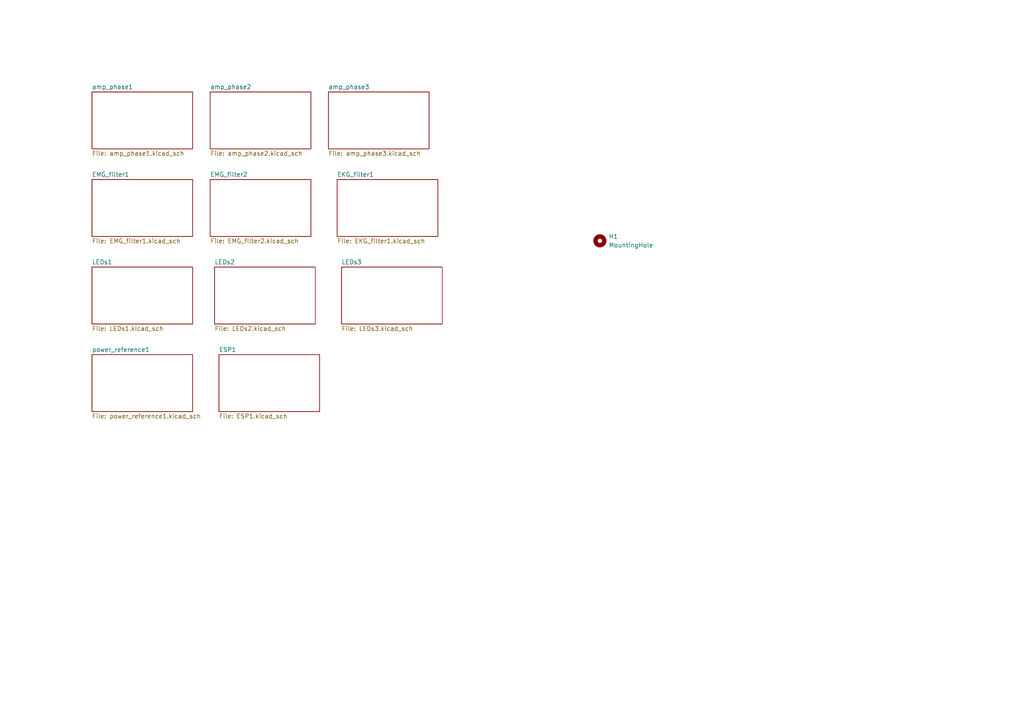
<source format=kicad_sch>
(kicad_sch (version 20231120) (generator "eeschema") (generator_version "8.0")
  (paper "A4")
  (lib_symbols
    (symbol "Mechanical:MountingHole" (pin_names (offset 1.016))
      (property "Reference" "H" (at 0 5.08 0))
      (property "Value" "MountingHole" (at 0 3.175 0))
      (symbol "MountingHole_0_1"
        (circle (center 0 0) (radius 1.27) (stroke (width 1.27)))
      )
    )
  )
  (symbol (lib_id "Mechanical:MountingHole") (at 173.99 69.85 0) (unit 1)
    (property "Reference" "H1" (at 176.53 68.58 0) (effects (justify left)))
    (property "Value" "MountingHole" (at 176.53 71.12 0) (effects (justify left)))
    (property "Footprint" "MountingHole:MountingHole_2.2mm_M2_ISO14580_Pad_TopBottom" (effects (hide yes)))
  )
  (sheet (at 63.5 102.87) (size 29.21 16.51) (stroke (width 0.1524))
    (property "Sheetname" "ESP1" (at 63.5 102.1584 0) (effects (justify left bottom)))
    (property "Sheetfile" "ESP1.kicad_sch" (at 63.5 119.9646 0) (effects (justify left top)))
  )
  (sheet (at 62.23 77.47) (size 29.21 16.51) (stroke (width 0.1524))
    (property "Sheetname" "LEDs2" (at 62.23 76.7584 0) (effects (justify left bottom)))
    (property "Sheetfile" "LEDs2.kicad_sch" (at 62.23 94.5646 0) (effects (justify left top)))
  )
  (sheet (at 97.79 52.07) (size 29.21 16.51) (stroke (width 0.1524))
    (property "Sheetname" "EKG_filter1" (at 97.79 51.3584 0) (effects (justify left bottom)))
    (property "Sheetfile" "EKG_filter1.kicad_sch" (at 97.79 69.1646 0) (effects (justify left top)))
  )
  (sheet (at 60.96 52.07) (size 29.21 16.51) (stroke (width 0.1524))
    (property "Sheetname" "EMG_filter2" (at 60.96 51.3584 0) (effects (justify left bottom)))
    (property "Sheetfile" "EMG_filter2.kicad_sch" (at 60.96 69.1646 0) (effects (justify left top)))
  )
  (sheet (at 26.67 77.47) (size 29.21 16.51) (stroke (width 0.1524))
    (property "Sheetname" "LEDs1" (at 26.67 76.7584 0) (effects (justify left bottom)))
    (property "Sheetfile" "LEDs1.kicad_sch" (at 26.67 94.5646 0) (effects (justify left top)))
  )
  (sheet (at 26.67 52.07) (size 29.21 16.51) (stroke (width 0.1524))
    (property "Sheetname" "EMG_filter1" (at 26.67 51.3584 0) (effects (justify left bottom)))
    (property "Sheetfile" "EMG_filter1.kicad_sch" (at 26.67 69.1646 0) (effects (justify left top)))
  )
  (sheet (at 26.67 26.67) (size 29.21 16.51) (stroke (width 0.1524))
    (property "Sheetname" "amp_phase1" (at 26.67 25.9584 0) (effects (justify left bottom)))
    (property "Sheetfile" "amp_phase1.kicad_sch" (at 26.67 43.7646 0) (effects (justify left top)))
  )
  (sheet (at 60.96 26.67) (size 29.21 16.51) (stroke (width 0.1524))
    (property "Sheetname" "amp_phase2" (at 60.96 25.9584 0) (effects (justify left bottom)))
    (property "Sheetfile" "amp_phase2.kicad_sch" (at 60.96 43.7646 0) (effects (justify left top)))
  )
  (sheet (at 99.06 77.47) (size 29.21 16.51) (stroke (width 0.1524))
    (property "Sheetname" "LEDs3" (at 99.06 76.7584 0) (effects (justify left bottom)))
    (property "Sheetfile" "LEDs3.kicad_sch" (at 99.06 94.5646 0) (effects (justify left top)))
  )
  (sheet (at 26.67 102.87) (size 29.21 16.51) (stroke (width 0.1524))
    (property "Sheetname" "power_reference1" (at 26.67 102.1584 0) (effects (justify left bottom)))
    (property "Sheetfile" "power_reference1.kicad_sch" (at 26.67 119.9646 0) (effects (justify left top)))
  )
  (sheet (at 95.25 26.67) (size 29.21 16.51) (stroke (width 0.1524))
    (property "Sheetname" "amp_phase3" (at 95.25 25.9584 0) (effects (justify left bottom)))
    (property "Sheetfile" "amp_phase3.kicad_sch" (at 95.25 43.7646 0) (effects (justify left top)))
  )
)
</source>
